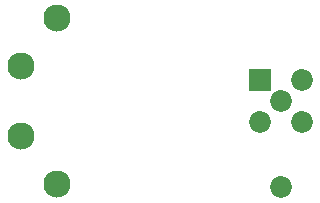
<source format=gbr>
%TF.GenerationSoftware,Altium Limited,Altium Designer,23.10.1 (27)*%
G04 Layer_Color=16711935*
%FSLAX45Y45*%
%MOMM*%
%TF.SameCoordinates,CB7B006E-185E-4101-8BB4-968F6143B1B3*%
%TF.FilePolarity,Negative*%
%TF.FileFunction,Soldermask,Bot*%
%TF.Part,Single*%
G01*
G75*
%TA.AperFunction,ComponentPad*%
%ADD13C,1.85000*%
%ADD14R,1.85000X1.85000*%
%ADD23C,2.30000*%
D13*
X2900000Y570000D02*
D03*
Y1300000D02*
D03*
X3076776Y1476776D02*
D03*
X2723224Y1123224D02*
D03*
X3076776D02*
D03*
D14*
X2723224Y1476776D02*
D03*
D23*
X1000000Y600000D02*
D03*
X700000Y1000000D02*
D03*
Y1600000D02*
D03*
X1000000Y2000000D02*
D03*
%TF.MD5,c6ff38f27cc68e3619aaf7fbcd7e88df*%
M02*

</source>
